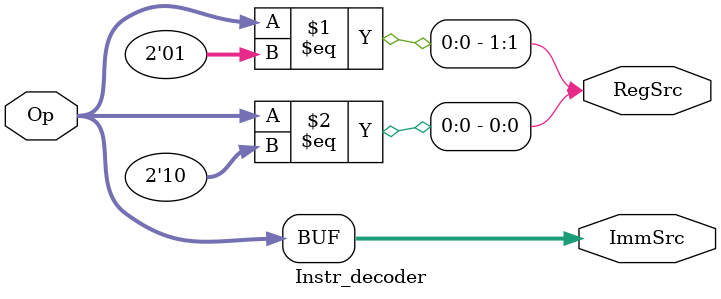
<source format=v>
`timescale 1ns/1ps

`include "MainFSM.v"

module multicycle_decoder(
    output wire PCS,
    // Write enables 
    output wire RegW, MemW, IRWrite, NextPC,
    // Multiplexer Selects 
    output wire AdrSrc, ALUSrcA,
    output wire [1:0] ALUSrcB, ResultSrc,
    // Produced by ALU_Decoder 
    output wire [1:0] ALUCtrl, FlagW,
    output wire NoWrite,
    // Produced by Instr_Decoder 
    output wire [1:0] RegSrc, ImmSrc, 
    // for debugging 
    output wire ALUOp,
    input wire clk, Reset, 
    input wire [1:0] Op,
    input wire [5:0] Funct,
    input wire [3:0] Rd
);

    wire Branch;  // ALUOp

    PC_logic pcl (PCS, Rd, Branch, RegW);

    MainFSM fsm (Branch, ALUOp, RegW, MemW, IRWrite, NextPC, 
                 AdrSrc, ALUSrcA, ALUSrcB, ResultSrc, 
                 clk, Reset, Op, Funct);

    ALU_decoder alu_dec (ALUCtrl, FlagW, NoWrite, Funct[4:0], ALUOp);

    Instr_decoder idec (RegSrc, ImmSrc, Op);

endmodule


module PC_logic(
    output wire PCS, 
    input wire [3:0] Rd,
    input wire Branch,
    input wire RegW);
    
    // Implementation of PC Logic in Decoder
    assign PCS = ((Rd == 4'b1111) & RegW) | Branch;
    
endmodule


module ALU_decoder(
    output reg [1:0] ALUCtrl, FlagW,
    output reg NoWrite,
    input wire [4:0] Funct, 
    input wire ALUOp);
    
    parameter Add = 4'b0100,
              Sub = 4'b0010,
              And = 4'b0000,
              Or = 4'b1100,
              Cmp = 4'b1010;
    
    // Implementation of the ALU Decoder
    always @ (ALUOp, Funct[4:0])
        begin
            if (!ALUOp)  // No DP Instr. 
                begin ALUCtrl = 2'b00; FlagW = 2'b00; end
            else  // DP Instr.
                begin
                    case (Funct[4:1])
                        Add : if (Funct[0] == 1'b0) begin ALUCtrl = 2'b00; FlagW = 2'b00; NoWrite = 1'b0; end 
                              else begin ALUCtrl = 2'b00; FlagW = 2'b11; NoWrite = 1'b0; end  
                        Sub : if (Funct[0] == 1'b0) begin ALUCtrl = 2'b01; FlagW = 2'b00; NoWrite = 1'b0; end 
                              else begin ALUCtrl = 2'b01; FlagW = 2'b11; NoWrite = 1'b0; end
                        And : if (Funct[0] == 1'b0) begin ALUCtrl = 2'b10; FlagW = 2'b00; NoWrite = 1'b0; end 
                              else begin ALUCtrl = 2'b10; FlagW = 2'b10; NoWrite = 1'b0; end
                        Or : if (Funct[0] == 1'b0) begin ALUCtrl = 2'b11; FlagW = 2'b00; NoWrite = 1'b0; end 
                             else begin ALUCtrl = 2'b11; FlagW = 2'b10; NoWrite = 1'b0; end
                        Cmp : begin ALUCtrl = 2'b01; FlagW = 2'b11; NoWrite = 1'b1; end
                    endcase
                end
        end
    
endmodule


module Instr_decoder(
    output wire [1:0] RegSrc, ImmSrc,
    input wire [1:0] Op
);
    assign RegSrc[1] = (Op == 2'b01);
    assign RegSrc[0] = (Op == 2'b10);
    assign ImmSrc = Op;
endmodule

</source>
